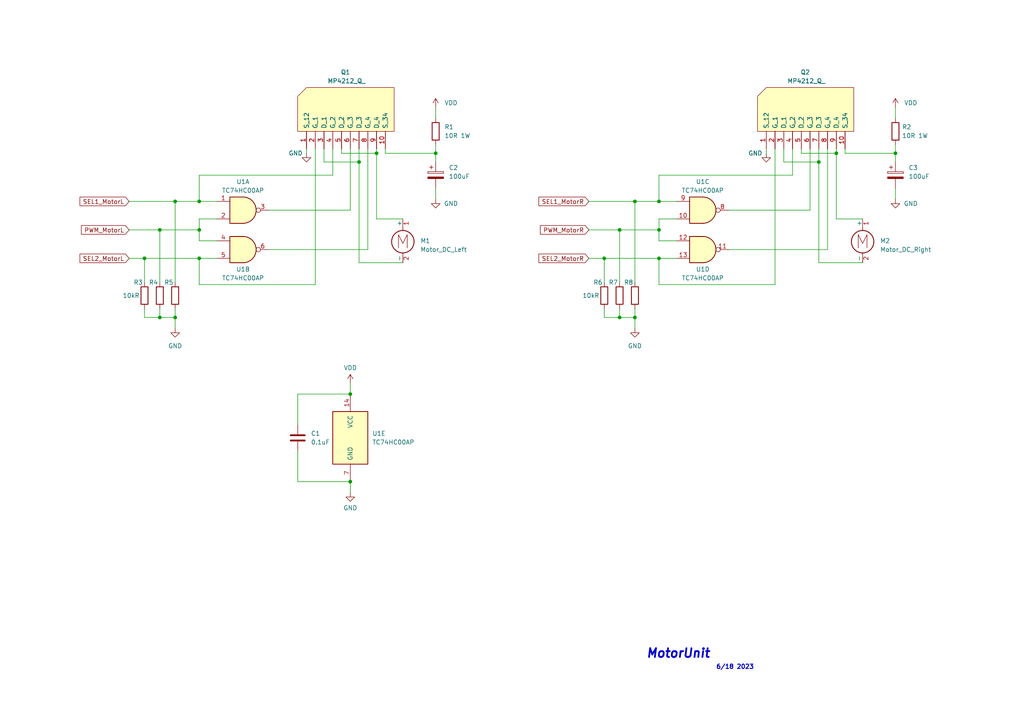
<source format=kicad_sch>
(kicad_sch (version 20230121) (generator eeschema)
  (paper "A4")
  (lib_symbols
    (symbol "74xx:74HC00" (pin_names (offset 1.016))
      (property "Reference" "U" (at 0 1.27 0))
      (property "Value" "74HC00" (at 0 -1.27 0))
      (symbol "74HC00_1_1"
        (arc (start 0 -3.81) (mid 3.7934 0) (end 0 3.81) (stroke (width 0.254)) (fill (type background)))
        (polyline (pts (xy 0 3.81) (xy -3.81 3.81) (xy -3.81 -3.81) (xy 0 -3.81)) (stroke (width 0.254)) (fill (type background)))
        (pin input line (at -7.62 2.54 0) (length 3.81) (name "~") (number "1"))
        (pin input line (at -7.62 -2.54 0) (length 3.81) (name "~") (number "2"))
        (pin output inverted (at 7.62 0 180) (length 3.81) (name "~") (number "3"))
      )
      (symbol "74HC00_1_2"
        (arc (start -3.81 -3.81) (mid -2.589 0) (end -3.81 3.81) (stroke (width 0.254)))
        (arc (start -0.6096 -3.81) (mid 2.1842 -2.5851) (end 3.81 0) (stroke (width 0.254)) (fill (type background)))
        (polyline (pts (xy -3.81 -3.81) (xy -0.635 -3.81)) (stroke (width 0.254)) (fill (type background)))
        (polyline (pts (xy -3.81 3.81) (xy -0.635 3.81)) (stroke (width 0.254)) (fill (type background)))
        (polyline (pts (xy -0.635 3.81) (xy -3.81 3.81) (xy -3.81 3.81) (xy -3.556 3.4036) (xy -3.0226 2.2606) (xy -2.6924 1.0414) (xy -2.6162 -0.254) (xy -2.7686 -1.4986) (xy -3.175 -2.7178) (xy -3.81 -3.81) (xy -3.81 -3.81) (xy -0.635 -3.81)) (stroke (width -25.4)) (fill (type background)))
        (arc (start 3.81 0) (mid 2.1915 2.5936) (end -0.6096 3.81) (stroke (width 0.254)) (fill (type background)))
        (pin input inverted (at -7.62 2.54 0) (length 4.318) (name "~") (number "1"))
        (pin input inverted (at -7.62 -2.54 0) (length 4.318) (name "~") (number "2"))
        (pin output line (at 7.62 0 180) (length 3.81) (name "~") (number "3"))
      )
      (symbol "74HC00_2_1"
        (arc (start 0 -3.81) (mid 3.7934 0) (end 0 3.81) (stroke (width 0.254)) (fill (type background)))
        (polyline (pts (xy 0 3.81) (xy -3.81 3.81) (xy -3.81 -3.81) (xy 0 -3.81)) (stroke (width 0.254)) (fill (type background)))
        (pin input line (at -7.62 2.54 0) (length 3.81) (name "~") (number "4"))
        (pin input line (at -7.62 -2.54 0) (length 3.81) (name "~") (number "5"))
        (pin output inverted (at 7.62 0 180) (length 3.81) (name "~") (number "6"))
      )
      (symbol "74HC00_2_2"
        (arc (start -3.81 -3.81) (mid -2.589 0) (end -3.81 3.81) (stroke (width 0.254)))
        (arc (start -0.6096 -3.81) (mid 2.1842 -2.5851) (end 3.81 0) (stroke (width 0.254)) (fill (type background)))
        (polyline (pts (xy -3.81 -3.81) (xy -0.635 -3.81)) (stroke (width 0.254)) (fill (type background)))
        (polyline (pts (xy -3.81 3.81) (xy -0.635 3.81)) (stroke (width 0.254)) (fill (type background)))
        (polyline (pts (xy -0.635 3.81) (xy -3.81 3.81) (xy -3.81 3.81) (xy -3.556 3.4036) (xy -3.0226 2.2606) (xy -2.6924 1.0414) (xy -2.6162 -0.254) (xy -2.7686 -1.4986) (xy -3.175 -2.7178) (xy -3.81 -3.81) (xy -3.81 -3.81) (xy -0.635 -3.81)) (stroke (width -25.4)) (fill (type background)))
        (arc (start 3.81 0) (mid 2.1915 2.5936) (end -0.6096 3.81) (stroke (width 0.254)) (fill (type background)))
        (pin input inverted (at -7.62 2.54 0) (length 4.318) (name "~") (number "4"))
        (pin input inverted (at -7.62 -2.54 0) (length 4.318) (name "~") (number "5"))
        (pin output line (at 7.62 0 180) (length 3.81) (name "~") (number "6"))
      )
      (symbol "74HC00_3_1"
        (arc (start 0 -3.81) (mid 3.7934 0) (end 0 3.81) (stroke (width 0.254)) (fill (type background)))
        (polyline (pts (xy 0 3.81) (xy -3.81 3.81) (xy -3.81 -3.81) (xy 0 -3.81)) (stroke (width 0.254)) (fill (type background)))
        (pin input line (at -7.62 -2.54 0) (length 3.81) (name "~") (number "10"))
        (pin output inverted (at 7.62 0 180) (length 3.81) (name "~") (number "8"))
        (pin input line (at -7.62 2.54 0) (length 3.81) (name "~") (number "9"))
      )
      (symbol "74HC00_3_2"
        (arc (start -3.81 -3.81) (mid -2.589 0) (end -3.81 3.81) (stroke (width 0.254)))
        (arc (start -0.6096 -3.81) (mid 2.1842 -2.5851) (end 3.81 0) (stroke (width 0.254)) (fill (type background)))
        (polyline (pts (xy -3.81 -3.81) (xy -0.635 -3.81)) (stroke (width 0.254)) (fill (type background)))
        (polyline (pts (xy -3.81 3.81) (xy -0.635 3.81)) (stroke (width 0.254)) (fill (type background)))
        (polyline (pts (xy -0.635 3.81) (xy -3.81 3.81) (xy -3.81 3.81) (xy -3.556 3.4036) (xy -3.0226 2.2606) (xy -2.6924 1.0414) (xy -2.6162 -0.254) (xy -2.7686 -1.4986) (xy -3.175 -2.7178) (xy -3.81 -3.81) (xy -3.81 -3.81) (xy -0.635 -3.81)) (stroke (width -25.4)) (fill (type background)))
        (arc (start 3.81 0) (mid 2.1915 2.5936) (end -0.6096 3.81) (stroke (width 0.254)) (fill (type background)))
        (pin input inverted (at -7.62 -2.54 0) (length 4.318) (name "~") (number "10"))
        (pin output line (at 7.62 0 180) (length 3.81) (name "~") (number "8"))
        (pin input inverted (at -7.62 2.54 0) (length 4.318) (name "~") (number "9"))
      )
      (symbol "74HC00_4_1"
        (arc (start 0 -3.81) (mid 3.7934 0) (end 0 3.81) (stroke (width 0.254)) (fill (type background)))
        (polyline (pts (xy 0 3.81) (xy -3.81 3.81) (xy -3.81 -3.81) (xy 0 -3.81)) (stroke (width 0.254)) (fill (type background)))
        (pin output inverted (at 7.62 0 180) (length 3.81) (name "~") (number "11"))
        (pin input line (at -7.62 2.54 0) (length 3.81) (name "~") (number "12"))
        (pin input line (at -7.62 -2.54 0) (length 3.81) (name "~") (number "13"))
      )
      (symbol "74HC00_4_2"
        (arc (start -3.81 -3.81) (mid -2.589 0) (end -3.81 3.81) (stroke (width 0.254)))
        (arc (start -0.6096 -3.81) (mid 2.1842 -2.5851) (end 3.81 0) (stroke (width 0.254)) (fill (type background)))
        (polyline (pts (xy -3.81 -3.81) (xy -0.635 -3.81)) (stroke (width 0.254)) (fill (type background)))
        (polyline (pts (xy -3.81 3.81) (xy -0.635 3.81)) (stroke (width 0.254)) (fill (type background)))
        (polyline (pts (xy -0.635 3.81) (xy -3.81 3.81) (xy -3.81 3.81) (xy -3.556 3.4036) (xy -3.0226 2.2606) (xy -2.6924 1.0414) (xy -2.6162 -0.254) (xy -2.7686 -1.4986) (xy -3.175 -2.7178) (xy -3.81 -3.81) (xy -3.81 -3.81) (xy -0.635 -3.81)) (stroke (width -25.4)) (fill (type background)))
        (arc (start 3.81 0) (mid 2.1915 2.5936) (end -0.6096 3.81) (stroke (width 0.254)) (fill (type background)))
        (pin output line (at 7.62 0 180) (length 3.81) (name "~") (number "11"))
        (pin input inverted (at -7.62 2.54 0) (length 4.318) (name "~") (number "12"))
        (pin input inverted (at -7.62 -2.54 0) (length 4.318) (name "~") (number "13"))
      )
      (symbol "74HC00_5_0"
        (pin power_in line (at 0 12.7 270) (length 5.08) (name "VCC") (number "14"))
        (pin power_in line (at 0 -12.7 90) (length 5.08) (name "GND") (number "7"))
      )
      (symbol "74HC00_5_1"
        (rectangle (start -5.08 7.62) (end 5.08 -7.62) (stroke (width 0.254)) (fill (type background)))
      )
    )
    (symbol "Device:C" (pin_numbers hide) (pin_names (offset 0.254))
      (property "Reference" "C" (at 0.635 2.54 0))
      (property "Value" "C" (at 0.635 -2.54 0))
      (symbol "C_0_1"
        (polyline (pts (xy -2.032 -0.762) (xy 2.032 -0.762)) (stroke (width 0.508)))
        (polyline (pts (xy -2.032 0.762) (xy 2.032 0.762)) (stroke (width 0.508)))
      )
      (symbol "C_1_1"
        (pin passive line (at 0 3.81 270) (length 2.794) (name "~") (number "1"))
        (pin passive line (at 0 -3.81 90) (length 2.794) (name "~") (number "2"))
      )
    )
    (symbol "Device:C_Polarized" (pin_numbers hide) (pin_names (offset 0.254))
      (property "Reference" "C" (at 0.635 2.54 0))
      (property "Value" "C_Polarized" (at 0.635 -2.54 0))
      (symbol "C_Polarized_0_1"
        (rectangle (start -2.286 0.508) (end 2.286 1.016))
        (polyline (pts (xy -1.778 2.286) (xy -0.762 2.286)))
        (polyline (pts (xy -1.27 2.794) (xy -1.27 1.778)))
        (rectangle (start 2.286 -0.508) (end -2.286 -1.016) (fill (type outline)))
      )
      (symbol "C_Polarized_1_1"
        (pin passive line (at 0 3.81 270) (length 2.794) (name "~") (number "1"))
        (pin passive line (at 0 -3.81 90) (length 2.794) (name "~") (number "2"))
      )
    )
    (symbol "Device:R" (pin_numbers hide) (pin_names (offset 0))
      (property "Reference" "R" (at 2.032 0 90))
      (property "Value" "R" (at 0 0 90))
      (symbol "R_0_1"
        (rectangle (start -1.016 -2.54) (end 1.016 2.54) (stroke (width 0.254)))
      )
      (symbol "R_1_1"
        (pin passive line (at 0 3.81 270) (length 1.27) (name "~") (number "1"))
        (pin passive line (at 0 -3.81 90) (length 1.27) (name "~") (number "2"))
      )
    )
    (symbol "MP4212_Q__1" (pin_names (offset 0.762))
      (property "Reference" "Q1" (at 22.225 -12.7 90))
      (property "Value" "MP4212_Q_" (at 19.685 -17.145 90))
      (symbol "MP4212_Q__1_0_0"
        (pin passive line (at 0 -2.54 0) (length 5.08) (name "G_1") (number "2"))
        (pin passive line (at 0 -5.08 0) (length 5.08) (name "D_1") (number "3"))
        (pin passive line (at 0 -7.62 0) (length 5.08) (name "G_2") (number "4"))
        (pin passive line (at 0 -12.7 0) (length 5.08) (name "G_3") (number "6"))
        (pin passive line (at 0 -17.78 0) (length 5.08) (name "G_4") (number "8"))
      )
      (symbol "MP4212_Q__1_1_0"
        (pin passive line (at 0 0 0) (length 5.08) (name "S_12") (number "1"))
        (pin passive line (at 0 -22.86 0) (length 5.08) (name "S_34") (number "10"))
        (pin passive line (at 0 -10.16 0) (length 5.08) (name "D_2") (number "5"))
        (pin passive line (at 0 -15.24 0) (length 5.08) (name "D_3") (number "7"))
        (pin passive line (at 0 -20.32 0) (length 5.08) (name "D_4") (number "9"))
      )
      (symbol "MP4212_Q__1_1_1"
        (polyline (pts (xy 5.08 -25.4) (xy 5.08 2.54) (xy 15.24 2.54) (xy 17.78 0) (xy 17.78 -25.4) (xy 5.08 -25.4)) (fill (type background)))
      )
    )
    (symbol "Motor:Motor_DC" (pin_names (offset 0))
      (property "Reference" "M" (at 2.54 2.54 0))
      (property "Value" "Motor_DC" (at 2.54 -5.08 0))
      (symbol "Motor_DC_0_0"
        (polyline (pts (xy -1.27 -3.302) (xy -1.27 0.508) (xy 0 -2.032) (xy 1.27 0.508) (xy 1.27 -3.302)))
      )
      (symbol "Motor_DC_0_1"
        (circle (center 0 -1.524) (radius 3.2512) (stroke (width 0.254)))
        (polyline (pts (xy 0 -7.62) (xy 0 -7.112)))
        (polyline (pts (xy 0 -4.7752) (xy 0 -5.1816)))
        (polyline (pts (xy 0 1.7272) (xy 0 2.0828)))
        (polyline (pts (xy 0 2.032) (xy 0 2.54)))
      )
      (symbol "Motor_DC_1_1"
        (pin passive line (at 0 5.08 270) (length 2.54) (name "+") (number "1"))
        (pin passive line (at 0 -7.62 90) (length 2.54) (name "-") (number "2"))
      )
    )
    (symbol "power:GND" (power) (pin_names (offset 0))
      (property "Value" "GND" (at 0 -3.81 0))
      (symbol "GND_0_1"
        (polyline (pts (xy 0 0) (xy 0 -1.27) (xy 1.27 -1.27) (xy 0 -2.54) (xy -1.27 -1.27) (xy 0 -1.27)))
      )
      (symbol "GND_1_1"
        (pin power_in line (at 0 0 270) (length 0) hide (name "GND") (number "1"))
      )
    )
    (symbol "power:VDD" (power) (pin_names (offset 0))
      (property "Value" "VDD" (at 0 3.81 0))
      (symbol "VDD_0_1"
        (polyline (pts (xy -0.762 1.27) (xy 0 2.54)))
        (polyline (pts (xy 0 0) (xy 0 2.54)))
        (polyline (pts (xy 0 2.54) (xy 0.762 1.27)))
      )
      (symbol "VDD_1_1"
        (pin power_in line (at 0 0 90) (length 0) hide (name "VDD") (number "1"))
      )
    )
  )
  (junction (at 101.6 139.7))
  (junction (at 57.785 58.42))
  (junction (at 101.6 114.3))
  (junction (at 57.785 74.93))
  (junction (at 237.49 46.99))
  (junction (at 184.15 58.42))
  (junction (at 109.22 44.45))
  (junction (at 57.785 66.675))
  (junction (at 46.355 66.675))
  (junction (at 184.15 92.075))
  (junction (at 191.135 74.93))
  (junction (at 104.14 46.99))
  (junction (at 126.365 44.45))
  (junction (at 46.355 92.075))
  (junction (at 50.8 92.075))
  (junction (at 41.91 74.93))
  (junction (at 259.715 44.45))
  (junction (at 242.57 44.45))
  (junction (at 191.135 66.675))
  (junction (at 191.135 58.42))
  (junction (at 175.26 74.93))
  (junction (at 50.8 58.42))
  (junction (at 179.705 92.075))
  (junction (at 179.705 66.675))
  (wire (pts (xy 184.15 95.25) (xy 184.15 92.075)))
  (wire (pts (xy 57.785 74.93) (xy 62.865 74.93)))
  (wire (pts (xy 229.87 43.18) (xy 229.87 50.8)))
  (wire (pts (xy 37.465 58.42) (xy 50.8 58.42)))
  (wire (pts (xy 46.355 89.535) (xy 46.355 92.075)))
  (wire (pts (xy 237.49 46.99) (xy 237.49 43.18)))
  (wire (pts (xy 211.455 72.39) (xy 240.03 72.39)))
  (wire (pts (xy 242.57 43.18) (xy 242.57 44.45)))
  (wire (pts (xy 126.365 57.785) (xy 126.365 54.61)))
  (wire (pts (xy 57.785 69.85) (xy 57.785 66.675)))
  (wire (pts (xy 57.785 66.675) (xy 57.785 63.5)))
  (wire (pts (xy 46.355 66.675) (xy 46.355 81.915)))
  (wire (pts (xy 101.6 111.125) (xy 101.6 114.3)))
  (wire (pts (xy 109.22 44.45) (xy 109.22 63.5)))
  (wire (pts (xy 245.11 44.45) (xy 245.11 43.18)))
  (wire (pts (xy 37.465 74.93) (xy 41.91 74.93)))
  (wire (pts (xy 250.19 76.2) (xy 237.49 76.2)))
  (wire (pts (xy 99.06 44.45) (xy 99.06 43.18)))
  (wire (pts (xy 86.36 130.81) (xy 86.36 139.7)))
  (wire (pts (xy 222.25 44.45) (xy 222.25 43.18)))
  (wire (pts (xy 37.465 66.675) (xy 46.355 66.675)))
  (wire (pts (xy 57.785 50.8) (xy 57.785 58.42)))
  (wire (pts (xy 57.785 58.42) (xy 62.865 58.42)))
  (wire (pts (xy 111.76 44.45) (xy 111.76 43.18)))
  (wire (pts (xy 96.52 43.18) (xy 96.52 50.8)))
  (wire (pts (xy 62.865 69.85) (xy 57.785 69.85)))
  (wire (pts (xy 242.57 44.45) (xy 232.41 44.45)))
  (wire (pts (xy 41.91 74.93) (xy 57.785 74.93)))
  (wire (pts (xy 109.22 63.5) (xy 116.84 63.5)))
  (wire (pts (xy 126.365 31.115) (xy 126.365 34.29)))
  (wire (pts (xy 57.785 63.5) (xy 62.865 63.5)))
  (wire (pts (xy 91.44 82.55) (xy 57.785 82.55)))
  (wire (pts (xy 78.105 60.96) (xy 101.6 60.96)))
  (wire (pts (xy 179.705 66.675) (xy 179.705 81.915)))
  (wire (pts (xy 86.36 139.7) (xy 101.6 139.7)))
  (wire (pts (xy 179.705 89.535) (xy 179.705 92.075)))
  (wire (pts (xy 191.135 63.5) (xy 196.215 63.5)))
  (wire (pts (xy 242.57 63.5) (xy 250.19 63.5)))
  (wire (pts (xy 46.355 92.075) (xy 50.8 92.075)))
  (wire (pts (xy 245.11 44.45) (xy 259.715 44.45)))
  (wire (pts (xy 86.36 114.3) (xy 101.6 114.3)))
  (wire (pts (xy 259.715 41.91) (xy 259.715 44.45)))
  (wire (pts (xy 227.33 43.18) (xy 227.33 46.99)))
  (wire (pts (xy 109.22 44.45) (xy 99.06 44.45)))
  (wire (pts (xy 111.76 44.45) (xy 126.365 44.45)))
  (wire (pts (xy 116.84 76.2) (xy 104.14 76.2)))
  (wire (pts (xy 41.91 74.93) (xy 41.91 81.915)))
  (wire (pts (xy 86.36 123.19) (xy 86.36 114.3)))
  (wire (pts (xy 88.9 44.45) (xy 88.9 43.18)))
  (wire (pts (xy 126.365 46.99) (xy 126.365 44.45)))
  (wire (pts (xy 191.135 50.8) (xy 191.135 58.42)))
  (wire (pts (xy 196.215 69.85) (xy 191.135 69.85)))
  (wire (pts (xy 227.33 46.99) (xy 237.49 46.99)))
  (wire (pts (xy 234.95 60.96) (xy 234.95 43.18)))
  (wire (pts (xy 191.135 74.93) (xy 196.215 74.93)))
  (wire (pts (xy 184.15 89.535) (xy 184.15 92.075)))
  (wire (pts (xy 57.785 74.93) (xy 57.785 82.55)))
  (wire (pts (xy 93.98 43.18) (xy 93.98 46.99)))
  (wire (pts (xy 50.8 89.535) (xy 50.8 92.075)))
  (wire (pts (xy 101.6 142.875) (xy 101.6 139.7)))
  (wire (pts (xy 179.705 66.675) (xy 191.135 66.675)))
  (wire (pts (xy 175.26 92.075) (xy 179.705 92.075)))
  (wire (pts (xy 170.815 66.675) (xy 179.705 66.675)))
  (wire (pts (xy 41.91 92.075) (xy 46.355 92.075)))
  (wire (pts (xy 259.715 31.115) (xy 259.715 34.29)))
  (wire (pts (xy 104.14 46.99) (xy 104.14 43.18)))
  (wire (pts (xy 50.8 58.42) (xy 57.785 58.42)))
  (wire (pts (xy 191.135 66.675) (xy 191.135 63.5)))
  (wire (pts (xy 242.57 44.45) (xy 242.57 63.5)))
  (wire (pts (xy 191.135 74.93) (xy 191.135 82.55)))
  (wire (pts (xy 179.705 92.075) (xy 184.15 92.075)))
  (wire (pts (xy 175.26 74.93) (xy 175.26 81.915)))
  (wire (pts (xy 46.355 66.675) (xy 57.785 66.675)))
  (wire (pts (xy 50.8 58.42) (xy 50.8 81.915)))
  (wire (pts (xy 93.98 46.99) (xy 104.14 46.99)))
  (wire (pts (xy 96.52 50.8) (xy 57.785 50.8)))
  (wire (pts (xy 184.15 58.42) (xy 184.15 81.915)))
  (wire (pts (xy 104.14 76.2) (xy 104.14 46.99)))
  (wire (pts (xy 109.22 43.18) (xy 109.22 44.45)))
  (wire (pts (xy 191.135 58.42) (xy 196.215 58.42)))
  (wire (pts (xy 232.41 44.45) (xy 232.41 43.18)))
  (wire (pts (xy 175.26 89.535) (xy 175.26 92.075)))
  (wire (pts (xy 229.87 50.8) (xy 191.135 50.8)))
  (wire (pts (xy 211.455 60.96) (xy 234.95 60.96)))
  (wire (pts (xy 237.49 76.2) (xy 237.49 46.99)))
  (wire (pts (xy 175.26 74.93) (xy 191.135 74.93)))
  (wire (pts (xy 224.79 43.18) (xy 224.79 82.55)))
  (wire (pts (xy 259.715 57.785) (xy 259.715 54.61)))
  (wire (pts (xy 170.815 58.42) (xy 184.15 58.42)))
  (wire (pts (xy 78.105 72.39) (xy 106.68 72.39)))
  (wire (pts (xy 106.68 43.18) (xy 106.68 72.39)))
  (wire (pts (xy 224.79 82.55) (xy 191.135 82.55)))
  (wire (pts (xy 170.815 74.93) (xy 175.26 74.93)))
  (wire (pts (xy 91.44 43.18) (xy 91.44 82.55)))
  (wire (pts (xy 240.03 43.18) (xy 240.03 72.39)))
  (wire (pts (xy 101.6 60.96) (xy 101.6 43.18)))
  (wire (pts (xy 50.8 95.25) (xy 50.8 92.075)))
  (wire (pts (xy 191.135 69.85) (xy 191.135 66.675)))
  (wire (pts (xy 41.91 89.535) (xy 41.91 92.075)))
  (wire (pts (xy 259.715 46.99) (xy 259.715 44.45)))
  (wire (pts (xy 126.365 41.91) (xy 126.365 44.45)))
  (wire (pts (xy 184.15 58.42) (xy 191.135 58.42)))
  (text "MotorUnit" (at 187.325 191.135 0) (effects (font (size 2.54 2.54) (thickness 0.508) bold italic) (justify left bottom)))
  (text "6/18 2023" (at 207.645 194.31 0) (effects (font (size 1.27 1.27) bold) (justify left bottom)))
  (global_label "PWM_MotorL" (shape input) (at 37.465 66.675 180) (property "Intersheetrefs" "${INTERSHEET_REFS}" (effects hide)))
  (global_label "SEL2_MotorL" (shape input) (at 37.465 74.93 180) (property "Intersheetrefs" "${INTERSHEET_REFS}" (effects hide)))
  (global_label "PWM_MotorR" (shape input) (at 170.815 66.675 180) (property "Intersheetrefs" "${INTERSHEET_REFS}" (effects hide)))
  (global_label "SEL1_MotorL" (shape input) (at 37.465 58.42 180) (property "Intersheetrefs" "${INTERSHEET_REFS}" (effects hide)))
  (global_label "SEL2_MotorR" (shape input) (at 170.815 74.93 180) (property "Intersheetrefs" "${INTERSHEET_REFS}" (effects hide)))
  (global_label "SEL1_MotorR" (shape input) (at 170.815 58.42 180) (property "Intersheetrefs" "${INTERSHEET_REFS}" (effects hide)))
  (symbol (lib_id "Device:R") (at 50.8 85.725 0) (unit 1)
    (property "Reference" "R5" (at 47.625 81.915 0) (effects (justify left)))
    (property "Value" "10kΩ" (effects hide))
  )
  (symbol (lib_id "Device:R") (at 184.15 85.725 0) (unit 1)
    (property "Reference" "R8" (at 180.975 81.915 0) (effects (justify left)))
    (property "Value" "10kΩ" (effects hide))
  )
  (symbol (lib_id "Motor:Motor_DC") (at 250.19 68.58 0) (unit 1)
    (property "Reference" "M2" (at 255.27 69.85 0) (effects (justify left)))
    (property "Value" "Motor_DC_Right" (at 255.27 72.39 0) (effects (justify left)))
  )
  (symbol (lib_id "Device:C_Polarized") (at 259.715 50.8 0) (unit 1)
    (property "Reference" "C3" (at 263.525 48.641 0) (effects (justify left)))
    (property "Value" "100uF" (at 263.525 51.181 0) (effects (justify left)))
  )
  (symbol (lib_id "Device:C_Polarized") (at 126.365 50.8 0) (unit 1)
    (property "Reference" "C2" (at 130.175 48.641 0) (effects (justify left)))
    (property "Value" "100uF" (at 130.175 51.181 0) (effects (justify left)))
  )
  (symbol (lib_id "74xx:74HC00") (at 70.485 72.39 0) (unit 2)
    (property "Reference" "U1" (at 70.485 78.105 0))
    (property "Value" "TC74HC00AP" (at 70.485 80.645 0))
    (property "Datasheet" "http://www.ti.com/lit/gpn/sn74hc00" (effects hide))
  )
  (symbol (lib_name "MP4212_Q__1") (lib_id "SamacSys:MP4212_Q_") (at 88.9 43.18 90) (unit 1)
    (property "Reference" "Q1" (at 101.6 20.955 90) (effects (justify left)))
    (property "Value" "MP4212_Q_" (at 106.045 23.495 90) (effects (justify left)))
    (property "Footprint" "Samacsys:MP4212Q" (effects hide))
    (property "Datasheet" "https://toshiba-semicon-storage.com/info/docget.jsp?did=15989&prodName=MP4212" (effects hide))
    (property "Description" "Quad N/P-Channel MOSFET Module, 5 A, 60 V, 10-Pin SIP" (effects hide))
    (property "Height" "9.2" (effects hide))
    (property "RS Part Number" "6012958" (effects hide))
    (property "RS Price/Stock" "https://uk.rs-online.com/web/p/products/6012958" (effects hide))
    (property "Manufacturer_Name" "Toshiba" (effects hide))
    (property "Manufacturer_Part_Number" "MP4212(Q)" (effects hide))
  )
  (symbol (lib_id "power:GND") (at 259.715 57.785 0) (unit 1)
    (property "Reference" "#PWR010" (effects hide))
    (property "Value" "GND" (at 264.16 59.055 0))
  )
  (symbol (lib_id "power:GND") (at 126.365 57.785 0) (unit 1)
    (property "Reference" "#PWR04" (effects hide))
    (property "Value" "GND" (at 130.81 59.055 0))
  )
  (symbol (lib_id "Device:C") (at 86.36 127 0) (unit 1)
    (property "Reference" "C1" (at 90.17 125.73 0) (effects (justify left)))
    (property "Value" "0.1uF" (at 90.17 128.27 0) (effects (justify left)))
  )
  (symbol (lib_id "power:VDD") (at 259.715 31.115 0) (unit 1)
    (property "Reference" "#PWR08" (effects hide))
    (property "Value" "VDD" (at 264.16 29.845 0))
  )
  (symbol (lib_id "power:GND") (at 50.8 95.25 0) (unit 1)
    (property "Reference" "#PWR09" (effects hide))
    (property "Value" "GND" (at 50.8 100.33 0))
  )
  (symbol (lib_id "Device:R") (at 41.91 85.725 0) (unit 1)
    (property "Reference" "R3" (at 38.735 81.915 0) (effects (justify left)))
    (property "Value" "10kR" (at 35.56 85.725 0) (effects (justify left)))
  )
  (symbol (lib_id "power:GND") (at 88.9 44.45 0) (unit 1)
    (property "Reference" "#PWR05" (effects hide))
    (property "Value" "GND" (at 85.725 44.45 0))
  )
  (symbol (lib_id "power:VDD") (at 101.6 111.125 0) (unit 1)
    (property "Reference" "#PWR01" (effects hide))
    (property "Value" "VDD" (at 101.6 106.68 0))
  )
  (symbol (lib_id "power:GND") (at 222.25 44.45 0) (unit 1)
    (property "Reference" "#PWR07" (effects hide))
    (property "Value" "GND" (at 219.075 44.45 0))
  )
  (symbol (lib_id "74xx:74HC00") (at 203.835 60.96 0) (unit 3)
    (property "Reference" "U1" (at 203.8267 52.705 0))
    (property "Value" "TC74HC00AP" (at 203.8267 55.245 0))
    (property "Datasheet" "http://www.ti.com/lit/gpn/sn74hc00" (effects hide))
  )
  (symbol (lib_id "power:VDD") (at 126.365 31.115 0) (unit 1)
    (property "Reference" "#PWR03" (effects hide))
    (property "Value" "VDD" (at 130.81 29.845 0))
  )
  (symbol (lib_id "Device:R") (at 126.365 38.1 0) (unit 1)
    (property "Reference" "R1" (at 128.905 36.83 0) (effects (justify left)))
    (property "Value" "10R 1W" (at 128.905 39.37 0) (effects (justify left)))
  )
  (symbol (lib_id "Device:R") (at 175.26 85.725 0) (unit 1)
    (property "Reference" "R6" (at 172.085 81.915 0) (effects (justify left)))
    (property "Value" "10kR" (at 168.91 85.725 0) (effects (justify left)))
  )
  (symbol (lib_id "74xx:74HC00") (at 203.835 72.39 0) (unit 4)
    (property "Reference" "U1" (at 203.835 78.105 0))
    (property "Value" "TC74HC00AP" (at 203.835 80.645 0))
    (property "Datasheet" "http://www.ti.com/lit/gpn/sn74hc00" (effects hide))
  )
  (symbol (lib_name "MP4212_Q__1") (lib_id "SamacSys:MP4212_Q_") (at 222.25 43.18 90) (unit 1)
    (property "Reference" "Q2" (at 234.95 20.955 90) (effects (justify left)))
    (property "Value" "MP4212_Q_" (at 239.395 23.495 90) (effects (justify left)))
    (property "Footprint" "Samacsys:MP4212Q" (effects hide))
    (property "Datasheet" "https://toshiba-semicon-storage.com/info/docget.jsp?did=15989&prodName=MP4212" (effects hide))
    (property "Description" "Quad N/P-Channel MOSFET Module, 5 A, 60 V, 10-Pin SIP" (effects hide))
    (property "Height" "9.2" (effects hide))
    (property "RS Part Number" "6012958" (effects hide))
    (property "RS Price/Stock" "https://uk.rs-online.com/web/p/products/6012958" (effects hide))
    (property "Manufacturer_Name" "Toshiba" (effects hide))
    (property "Manufacturer_Part_Number" "MP4212(Q)" (effects hide))
  )
  (symbol (lib_id "Device:R") (at 259.715 38.1 0) (unit 1)
    (property "Reference" "R2" (at 261.62 36.83 0) (effects (justify left)))
    (property "Value" "10R 1W" (at 261.62 39.37 0) (effects (justify left)))
  )
  (symbol (lib_id "power:GND") (at 101.6 142.875 0) (unit 1)
    (property "Reference" "#PWR02" (effects hide))
    (property "Value" "GND" (at 101.6 147.32 0))
  )
  (symbol (lib_id "Device:R") (at 179.705 85.725 0) (unit 1)
    (property "Reference" "R7" (at 176.53 81.915 0) (effects (justify left)))
    (property "Value" "10kΩ" (effects hide))
  )
  (symbol (lib_id "74xx:74HC00") (at 101.6 127 0) (unit 5)
    (property "Reference" "U1" (at 107.95 125.73 0) (effects (justify left)))
    (property "Value" "TC74HC00AP" (at 107.95 128.27 0) (effects (justify left)))
    (property "Datasheet" "http://www.ti.com/lit/gpn/sn74hc00" (effects hide))
  )
  (symbol (lib_id "74xx:74HC00") (at 70.485 60.96 0) (unit 1)
    (property "Reference" "U1" (at 70.4767 52.705 0))
    (property "Value" "TC74HC00AP" (at 70.4767 55.245 0))
    (property "Datasheet" "http://www.ti.com/lit/gpn/sn74hc00" (effects hide))
  )
  (symbol (lib_id "power:GND") (at 184.15 95.25 0) (unit 1)
    (property "Reference" "#PWR06" (effects hide))
    (property "Value" "GND" (at 184.15 100.33 0))
  )
  (symbol (lib_id "Device:R") (at 46.355 85.725 0) (unit 1)
    (property "Reference" "R4" (at 43.18 81.915 0) (effects (justify left)))
    (property "Value" "10kΩ" (effects hide))
  )
  (symbol (lib_id "Motor:Motor_DC") (at 116.84 68.58 0) (unit 1)
    (property "Reference" "M1" (at 121.92 69.85 0) (effects (justify left)))
    (property "Value" "Motor_DC_Left" (at 121.92 72.39 0) (effects (justify left)))
  )
)
</source>
